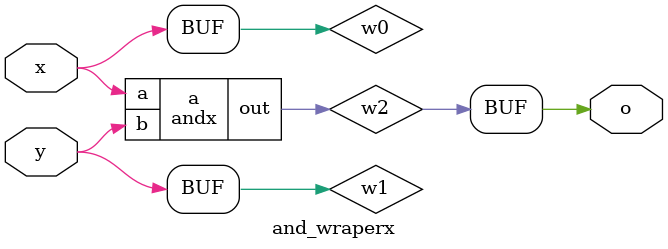
<source format=v>
module andx (input a, b, output out);
 assign out = a & b;
endmodule

module and_wraperx (input x, y, output o);
 wire w0;
 wire w1;
 wire w2;
 assign w0 = x;
 assign w1 = y;
 assign o = w2;
 andx a (
   .a(w0),
   .b(w1),
   .out(w2)
 );
endmodule

</source>
